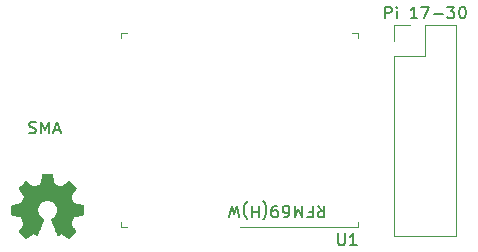
<source format=gbr>
%TF.GenerationSoftware,KiCad,Pcbnew,(5.1.9-0-10_14)*%
%TF.CreationDate,2021-04-20T21:20:53+01:00*%
%TF.ProjectId,pi-hat,70692d68-6174-42e6-9b69-6361645f7063,rev?*%
%TF.SameCoordinates,Original*%
%TF.FileFunction,Legend,Top*%
%TF.FilePolarity,Positive*%
%FSLAX46Y46*%
G04 Gerber Fmt 4.6, Leading zero omitted, Abs format (unit mm)*
G04 Created by KiCad (PCBNEW (5.1.9-0-10_14)) date 2021-04-20 21:20:53*
%MOMM*%
%LPD*%
G01*
G04 APERTURE LIST*
%ADD10C,0.153000*%
%ADD11C,0.100000*%
%ADD12C,0.120000*%
%ADD13C,0.010000*%
%ADD14C,0.150000*%
G04 APERTURE END LIST*
D10*
X41174561Y-30992819D02*
X41507895Y-31469009D01*
X41745990Y-30992819D02*
X41745990Y-31992819D01*
X41365038Y-31992819D01*
X41269800Y-31945200D01*
X41222180Y-31897580D01*
X41174561Y-31802342D01*
X41174561Y-31659485D01*
X41222180Y-31564247D01*
X41269800Y-31516628D01*
X41365038Y-31469009D01*
X41745990Y-31469009D01*
X40412657Y-31516628D02*
X40745990Y-31516628D01*
X40745990Y-30992819D02*
X40745990Y-31992819D01*
X40269800Y-31992819D01*
X39888847Y-30992819D02*
X39888847Y-31992819D01*
X39555514Y-31278533D01*
X39222180Y-31992819D01*
X39222180Y-30992819D01*
X38317419Y-31992819D02*
X38507895Y-31992819D01*
X38603133Y-31945200D01*
X38650752Y-31897580D01*
X38745990Y-31754723D01*
X38793609Y-31564247D01*
X38793609Y-31183295D01*
X38745990Y-31088057D01*
X38698371Y-31040438D01*
X38603133Y-30992819D01*
X38412657Y-30992819D01*
X38317419Y-31040438D01*
X38269800Y-31088057D01*
X38222180Y-31183295D01*
X38222180Y-31421390D01*
X38269800Y-31516628D01*
X38317419Y-31564247D01*
X38412657Y-31611866D01*
X38603133Y-31611866D01*
X38698371Y-31564247D01*
X38745990Y-31516628D01*
X38793609Y-31421390D01*
X37745990Y-30992819D02*
X37555514Y-30992819D01*
X37460276Y-31040438D01*
X37412657Y-31088057D01*
X37317419Y-31230914D01*
X37269800Y-31421390D01*
X37269800Y-31802342D01*
X37317419Y-31897580D01*
X37365038Y-31945200D01*
X37460276Y-31992819D01*
X37650752Y-31992819D01*
X37745990Y-31945200D01*
X37793609Y-31897580D01*
X37841228Y-31802342D01*
X37841228Y-31564247D01*
X37793609Y-31469009D01*
X37745990Y-31421390D01*
X37650752Y-31373771D01*
X37460276Y-31373771D01*
X37365038Y-31421390D01*
X37317419Y-31469009D01*
X37269800Y-31564247D01*
X36555514Y-30611866D02*
X36603133Y-30659485D01*
X36698371Y-30802342D01*
X36745990Y-30897580D01*
X36793609Y-31040438D01*
X36841228Y-31278533D01*
X36841228Y-31469009D01*
X36793609Y-31707104D01*
X36745990Y-31849961D01*
X36698371Y-31945200D01*
X36603133Y-32088057D01*
X36555514Y-32135676D01*
X36174561Y-30992819D02*
X36174561Y-31992819D01*
X36174561Y-31516628D02*
X35603133Y-31516628D01*
X35603133Y-30992819D02*
X35603133Y-31992819D01*
X35222180Y-30611866D02*
X35174561Y-30659485D01*
X35079323Y-30802342D01*
X35031704Y-30897580D01*
X34984085Y-31040438D01*
X34936466Y-31278533D01*
X34936466Y-31469009D01*
X34984085Y-31707104D01*
X35031704Y-31849961D01*
X35079323Y-31945200D01*
X35174561Y-32088057D01*
X35222180Y-32135676D01*
X34555514Y-31992819D02*
X34317419Y-30992819D01*
X34126942Y-31707104D01*
X33936466Y-30992819D01*
X33698371Y-31992819D01*
D11*
%TO.C,U1*%
X44626200Y-32777800D02*
X44626200Y-32377800D01*
X24526200Y-32777800D02*
X24526200Y-32377800D01*
X25026200Y-32777800D02*
X24526200Y-32777800D01*
X24526200Y-16777800D02*
X24526200Y-16377800D01*
X25026200Y-16377800D02*
X24526200Y-16377800D01*
X44626200Y-16777800D02*
X44626200Y-16377800D01*
X44626200Y-16377800D02*
X44126200Y-16377800D01*
X44626200Y-32777800D02*
X34626200Y-32777800D01*
D12*
%TO.C,Pi 17-30*%
X47666600Y-15688000D02*
X48996600Y-15688000D01*
X47666600Y-17018000D02*
X47666600Y-15688000D01*
X50266600Y-15688000D02*
X52866600Y-15688000D01*
X50266600Y-18288000D02*
X50266600Y-15688000D01*
X47666600Y-18288000D02*
X50266600Y-18288000D01*
X52866600Y-15688000D02*
X52866600Y-33588000D01*
X47666600Y-18288000D02*
X47666600Y-33588000D01*
X47666600Y-33588000D02*
X52866600Y-33588000D01*
D13*
%TO.C,G\u002A\u002A\u002A*%
G36*
X18315723Y-28335104D02*
G01*
X18393659Y-28335724D01*
X18467369Y-28336854D01*
X18534151Y-28338493D01*
X18591303Y-28340637D01*
X18636124Y-28343282D01*
X18665912Y-28346427D01*
X18677841Y-28349891D01*
X18682150Y-28362632D01*
X18689596Y-28393127D01*
X18699715Y-28439132D01*
X18712042Y-28498403D01*
X18726112Y-28568697D01*
X18741463Y-28647768D01*
X18757628Y-28733373D01*
X18761413Y-28753751D01*
X18782404Y-28865654D01*
X18800397Y-28958310D01*
X18815572Y-29032541D01*
X18828109Y-29089170D01*
X18838188Y-29129020D01*
X18845989Y-29152913D01*
X18850387Y-29160792D01*
X18863482Y-29168491D01*
X18892491Y-29182423D01*
X18934430Y-29201347D01*
X18986319Y-29224021D01*
X19045174Y-29249206D01*
X19108014Y-29275660D01*
X19171856Y-29302142D01*
X19233719Y-29327412D01*
X19290620Y-29350228D01*
X19339578Y-29369351D01*
X19377609Y-29383539D01*
X19401733Y-29391551D01*
X19408177Y-29392880D01*
X19419375Y-29387304D01*
X19445416Y-29371395D01*
X19484432Y-29346383D01*
X19534555Y-29313495D01*
X19593918Y-29273962D01*
X19660653Y-29229011D01*
X19732892Y-29179871D01*
X19756707Y-29163571D01*
X19852646Y-29098198D01*
X19932662Y-29044530D01*
X19997229Y-29002267D01*
X20046818Y-28971110D01*
X20081904Y-28950758D01*
X20102957Y-28940913D01*
X20109287Y-28939987D01*
X20121117Y-28948541D01*
X20144901Y-28969617D01*
X20178747Y-29001308D01*
X20220759Y-29041705D01*
X20269046Y-29088903D01*
X20321712Y-29140992D01*
X20376865Y-29196066D01*
X20432610Y-29252218D01*
X20487055Y-29307540D01*
X20538305Y-29360125D01*
X20584467Y-29408065D01*
X20623648Y-29449452D01*
X20653953Y-29482380D01*
X20673490Y-29504942D01*
X20680364Y-29515225D01*
X20674705Y-29526644D01*
X20658710Y-29552851D01*
X20633629Y-29591946D01*
X20600717Y-29642025D01*
X20561224Y-29701187D01*
X20516404Y-29767530D01*
X20467508Y-29839151D01*
X20456844Y-29854678D01*
X20407232Y-29927276D01*
X20361452Y-29995112D01*
X20320757Y-30056268D01*
X20286400Y-30108822D01*
X20259633Y-30150854D01*
X20241710Y-30180444D01*
X20233883Y-30195670D01*
X20233640Y-30196846D01*
X20237596Y-30211067D01*
X20248635Y-30240925D01*
X20265511Y-30283523D01*
X20286979Y-30335962D01*
X20311794Y-30395345D01*
X20338711Y-30458773D01*
X20366484Y-30523349D01*
X20393869Y-30586175D01*
X20419619Y-30644353D01*
X20442490Y-30694985D01*
X20461237Y-30735173D01*
X20474613Y-30762019D01*
X20480890Y-30772244D01*
X20493917Y-30777304D01*
X20524908Y-30785461D01*
X20571813Y-30796276D01*
X20632585Y-30809310D01*
X20705178Y-30824122D01*
X20787543Y-30840274D01*
X20873745Y-30856601D01*
X20959268Y-30872762D01*
X21038758Y-30888213D01*
X21109935Y-30902479D01*
X21170521Y-30915085D01*
X21218237Y-30925555D01*
X21250805Y-30933415D01*
X21265945Y-30938188D01*
X21266504Y-30938548D01*
X21270115Y-30951456D01*
X21273230Y-30981977D01*
X21275847Y-31027409D01*
X21277962Y-31085050D01*
X21279572Y-31152199D01*
X21280675Y-31226155D01*
X21281266Y-31304216D01*
X21281344Y-31383680D01*
X21280905Y-31461846D01*
X21279946Y-31536013D01*
X21278464Y-31603479D01*
X21276457Y-31661542D01*
X21273920Y-31707501D01*
X21270851Y-31738654D01*
X21267420Y-31752102D01*
X21256738Y-31758038D01*
X21231996Y-31765841D01*
X21192158Y-31775739D01*
X21136191Y-31787959D01*
X21063061Y-31802729D01*
X20971732Y-31820278D01*
X20883880Y-31836654D01*
X20799392Y-31852428D01*
X20721027Y-31867421D01*
X20651078Y-31881166D01*
X20591838Y-31893198D01*
X20545602Y-31903051D01*
X20514661Y-31910257D01*
X20501309Y-31914352D01*
X20501142Y-31914468D01*
X20494521Y-31925974D01*
X20481714Y-31953642D01*
X20463846Y-31994675D01*
X20442044Y-32046276D01*
X20417434Y-32105648D01*
X20391142Y-32169994D01*
X20364294Y-32236518D01*
X20338016Y-32302423D01*
X20313434Y-32364912D01*
X20291674Y-32421187D01*
X20273862Y-32468452D01*
X20261124Y-32503911D01*
X20254586Y-32524766D01*
X20253960Y-32528421D01*
X20259538Y-32540311D01*
X20275411Y-32566910D01*
X20300289Y-32606234D01*
X20332881Y-32656299D01*
X20371894Y-32715121D01*
X20416038Y-32780717D01*
X20463015Y-32849635D01*
X20511119Y-32919952D01*
X20555635Y-32985366D01*
X20595235Y-33043896D01*
X20628588Y-33093564D01*
X20654366Y-33132389D01*
X20671239Y-33158393D01*
X20677847Y-33169512D01*
X20672354Y-33180260D01*
X20654010Y-33203136D01*
X20624687Y-33236267D01*
X20586259Y-33277776D01*
X20540597Y-33325790D01*
X20489574Y-33378432D01*
X20435063Y-33433828D01*
X20378937Y-33490103D01*
X20323068Y-33545383D01*
X20269329Y-33597792D01*
X20219594Y-33645454D01*
X20175733Y-33686497D01*
X20139621Y-33719043D01*
X20113130Y-33741220D01*
X20098132Y-33751150D01*
X20096548Y-33751505D01*
X20082819Y-33745911D01*
X20055001Y-33730190D01*
X20015613Y-33705926D01*
X19967174Y-33674700D01*
X19912203Y-33638096D01*
X19867880Y-33607842D01*
X19803583Y-33563587D01*
X19738512Y-33518965D01*
X19676563Y-33476631D01*
X19621628Y-33439247D01*
X19577604Y-33409470D01*
X19561231Y-33398486D01*
X19462863Y-33332781D01*
X19310143Y-33412610D01*
X19253680Y-33441861D01*
X19212349Y-33462428D01*
X19183440Y-33475355D01*
X19164244Y-33481685D01*
X19152052Y-33482463D01*
X19144156Y-33478732D01*
X19142518Y-33477200D01*
X19135910Y-33465105D01*
X19122463Y-33436064D01*
X19102956Y-33391959D01*
X19078167Y-33334670D01*
X19048872Y-33266079D01*
X19015851Y-33188067D01*
X18979881Y-33102514D01*
X18941740Y-33011303D01*
X18902206Y-32916313D01*
X18862057Y-32819427D01*
X18822071Y-32722525D01*
X18783026Y-32627488D01*
X18745699Y-32536197D01*
X18710870Y-32450534D01*
X18679314Y-32372380D01*
X18651812Y-32303616D01*
X18629140Y-32246122D01*
X18612076Y-32201780D01*
X18601399Y-32172471D01*
X18597880Y-32160230D01*
X18604162Y-32145377D01*
X18624230Y-32125671D01*
X18659913Y-32099470D01*
X18681700Y-32085028D01*
X18722808Y-32055560D01*
X18771389Y-32016430D01*
X18821142Y-31972917D01*
X18862571Y-31933511D01*
X18905191Y-31889863D01*
X18936858Y-31854211D01*
X18961699Y-31820925D01*
X18983838Y-31784377D01*
X19007400Y-31738939D01*
X19011965Y-31729680D01*
X19045781Y-31657197D01*
X19069896Y-31595081D01*
X19085850Y-31536770D01*
X19095182Y-31475705D01*
X19099434Y-31405322D01*
X19100195Y-31353760D01*
X19099773Y-31291118D01*
X19097582Y-31242816D01*
X19093001Y-31202903D01*
X19085406Y-31165431D01*
X19077350Y-31135320D01*
X19031561Y-31011061D01*
X18969239Y-30897533D01*
X18891699Y-30796025D01*
X18800250Y-30707824D01*
X18696207Y-30634219D01*
X18580879Y-30576499D01*
X18470880Y-30539810D01*
X18389813Y-30524782D01*
X18298319Y-30518009D01*
X18204331Y-30519485D01*
X18115783Y-30529205D01*
X18064480Y-30540054D01*
X17944463Y-30581647D01*
X17834035Y-30639393D01*
X17734410Y-30711527D01*
X17646805Y-30796287D01*
X17572436Y-30891905D01*
X17512519Y-30996619D01*
X17468271Y-31108663D01*
X17440908Y-31226273D01*
X17431645Y-31347683D01*
X17438368Y-31448524D01*
X17463661Y-31575482D01*
X17504929Y-31691821D01*
X17562965Y-31798795D01*
X17638560Y-31897657D01*
X17732505Y-31989660D01*
X17825720Y-32062235D01*
X17866543Y-32091707D01*
X17901316Y-32117868D01*
X17926623Y-32138072D01*
X17939049Y-32149675D01*
X17939516Y-32150370D01*
X17940888Y-32152939D01*
X17941681Y-32156156D01*
X17941408Y-32161246D01*
X17939585Y-32169433D01*
X17935726Y-32181941D01*
X17929346Y-32199997D01*
X17919960Y-32224823D01*
X17907083Y-32257645D01*
X17890228Y-32299688D01*
X17868911Y-32352176D01*
X17842646Y-32416333D01*
X17810948Y-32493385D01*
X17773332Y-32584555D01*
X17729312Y-32691069D01*
X17678403Y-32814151D01*
X17632119Y-32926024D01*
X17576854Y-33059038D01*
X17528839Y-33173388D01*
X17487952Y-33269350D01*
X17454072Y-33347198D01*
X17427079Y-33407204D01*
X17406852Y-33449644D01*
X17393271Y-33474791D01*
X17386649Y-33482858D01*
X17370795Y-33480260D01*
X17340006Y-33468298D01*
X17296769Y-33448069D01*
X17243568Y-33420668D01*
X17234249Y-33415665D01*
X17185425Y-33390052D01*
X17141480Y-33368364D01*
X17106139Y-33352338D01*
X17083124Y-33343708D01*
X17077765Y-33342701D01*
X17064625Y-33348272D01*
X17036876Y-33364167D01*
X16996570Y-33389073D01*
X16945755Y-33421676D01*
X16886483Y-33460665D01*
X16820802Y-33504726D01*
X16758752Y-33547050D01*
X16689101Y-33594517D01*
X16624044Y-33638085D01*
X16565628Y-33676439D01*
X16515903Y-33708266D01*
X16476918Y-33732253D01*
X16450724Y-33747084D01*
X16439837Y-33751520D01*
X16426630Y-33744662D01*
X16400721Y-33723958D01*
X16361894Y-33689209D01*
X16309938Y-33640218D01*
X16244640Y-33576787D01*
X16165786Y-33498719D01*
X16141630Y-33474591D01*
X16059655Y-33392016D01*
X15991843Y-33322498D01*
X15938335Y-33266188D01*
X15899269Y-33223237D01*
X15874786Y-33193795D01*
X15865026Y-33178012D01*
X15864840Y-33176777D01*
X15870430Y-33163824D01*
X15886337Y-33136221D01*
X15911262Y-33095990D01*
X15943906Y-33045153D01*
X15982972Y-32985734D01*
X16027161Y-32919755D01*
X16073120Y-32852236D01*
X16121001Y-32781871D01*
X16165004Y-32716129D01*
X16203830Y-32657034D01*
X16236183Y-32606607D01*
X16260762Y-32566871D01*
X16276270Y-32539847D01*
X16281419Y-32527750D01*
X16277670Y-32512136D01*
X16267185Y-32480727D01*
X16251122Y-32436420D01*
X16230640Y-32382112D01*
X16206899Y-32320700D01*
X16181058Y-32255081D01*
X16154277Y-32188151D01*
X16127713Y-32122806D01*
X16102528Y-32061944D01*
X16079879Y-32008461D01*
X16060926Y-31965255D01*
X16046829Y-31935220D01*
X16038746Y-31921256D01*
X16038682Y-31921190D01*
X16025904Y-31914652D01*
X15997903Y-31906117D01*
X15953762Y-31895381D01*
X15892562Y-31882240D01*
X15813388Y-31866490D01*
X15715322Y-31847926D01*
X15681960Y-31841756D01*
X15580433Y-31823050D01*
X15497062Y-31807583D01*
X15430017Y-31794899D01*
X15377471Y-31784543D01*
X15337597Y-31776062D01*
X15308567Y-31769001D01*
X15288554Y-31762905D01*
X15275731Y-31757320D01*
X15268269Y-31751792D01*
X15264341Y-31745865D01*
X15262121Y-31739086D01*
X15261623Y-31737221D01*
X15260228Y-31722114D01*
X15258938Y-31689105D01*
X15257791Y-31640612D01*
X15256823Y-31579054D01*
X15256074Y-31506849D01*
X15255580Y-31426416D01*
X15255379Y-31340171D01*
X15255378Y-31337921D01*
X15255511Y-31233635D01*
X15256028Y-31148124D01*
X15256977Y-31079849D01*
X15258409Y-31027269D01*
X15260371Y-30988843D01*
X15262913Y-30963030D01*
X15266085Y-30948289D01*
X15267940Y-30944566D01*
X15277100Y-30938862D01*
X15297785Y-30931745D01*
X15331335Y-30922917D01*
X15379094Y-30912079D01*
X15442401Y-30898932D01*
X15522600Y-30883178D01*
X15621031Y-30864518D01*
X15660454Y-30857168D01*
X15763986Y-30837744D01*
X15849048Y-30821331D01*
X15917208Y-30807578D01*
X15970037Y-30796132D01*
X16009103Y-30786642D01*
X16035975Y-30778754D01*
X16052223Y-30772118D01*
X16058219Y-30767922D01*
X16067278Y-30753318D01*
X16082588Y-30722954D01*
X16102881Y-30679795D01*
X16126890Y-30626808D01*
X16153344Y-30566960D01*
X16180977Y-30503215D01*
X16208521Y-30438541D01*
X16234706Y-30375904D01*
X16258265Y-30318269D01*
X16277930Y-30268604D01*
X16292431Y-30229873D01*
X16300502Y-30205043D01*
X16301740Y-30198376D01*
X16296097Y-30184887D01*
X16279973Y-30156631D01*
X16254563Y-30115468D01*
X16221061Y-30063263D01*
X16180662Y-30001878D01*
X16134560Y-29933176D01*
X16086754Y-29863096D01*
X16037856Y-29791517D01*
X15992601Y-29724425D01*
X15952304Y-29663832D01*
X15918280Y-29611754D01*
X15891845Y-29570204D01*
X15874314Y-29541197D01*
X15867001Y-29526746D01*
X15866923Y-29526418D01*
X15867477Y-29518471D01*
X15872695Y-29507196D01*
X15883803Y-29491239D01*
X15902030Y-29469244D01*
X15928601Y-29439853D01*
X15964745Y-29401713D01*
X16011687Y-29353466D01*
X16070655Y-29293757D01*
X16142876Y-29221231D01*
X16145388Y-29218715D01*
X16221713Y-29142771D01*
X16288068Y-29077772D01*
X16343733Y-29024394D01*
X16387984Y-28983314D01*
X16420099Y-28955206D01*
X16439356Y-28940749D01*
X16444383Y-28938892D01*
X16456055Y-28945378D01*
X16482485Y-28962140D01*
X16521728Y-28987879D01*
X16571838Y-29021297D01*
X16630873Y-29061098D01*
X16696886Y-29105983D01*
X16767933Y-29154654D01*
X16774583Y-29159228D01*
X16846474Y-29208481D01*
X16913937Y-29254304D01*
X16974952Y-29295355D01*
X17027495Y-29330290D01*
X17069546Y-29357764D01*
X17099081Y-29376435D01*
X17114080Y-29384958D01*
X17114520Y-29385135D01*
X17124873Y-29386889D01*
X17140263Y-29385275D01*
X17162807Y-29379567D01*
X17194619Y-29369041D01*
X17237817Y-29352974D01*
X17294518Y-29330641D01*
X17366837Y-29301317D01*
X17404080Y-29286042D01*
X17473131Y-29257657D01*
X17536342Y-29231678D01*
X17591186Y-29209144D01*
X17635138Y-29191092D01*
X17665672Y-29178561D01*
X17680261Y-29172586D01*
X17680847Y-29172348D01*
X17685939Y-29169129D01*
X17690858Y-29162589D01*
X17695999Y-29150965D01*
X17701761Y-29132497D01*
X17708539Y-29105424D01*
X17716730Y-29067984D01*
X17726731Y-29018417D01*
X17738940Y-28954960D01*
X17753752Y-28875853D01*
X17771565Y-28779335D01*
X17781097Y-28727400D01*
X17800806Y-28621346D01*
X17817582Y-28534326D01*
X17831655Y-28465300D01*
X17843252Y-28413228D01*
X17852602Y-28377071D01*
X17859934Y-28355790D01*
X17864278Y-28348940D01*
X17878766Y-28345354D01*
X17910642Y-28342305D01*
X17957202Y-28339790D01*
X18015746Y-28337805D01*
X18083571Y-28336347D01*
X18157977Y-28335413D01*
X18236261Y-28335000D01*
X18315723Y-28335104D01*
G37*
X18315723Y-28335104D02*
X18393659Y-28335724D01*
X18467369Y-28336854D01*
X18534151Y-28338493D01*
X18591303Y-28340637D01*
X18636124Y-28343282D01*
X18665912Y-28346427D01*
X18677841Y-28349891D01*
X18682150Y-28362632D01*
X18689596Y-28393127D01*
X18699715Y-28439132D01*
X18712042Y-28498403D01*
X18726112Y-28568697D01*
X18741463Y-28647768D01*
X18757628Y-28733373D01*
X18761413Y-28753751D01*
X18782404Y-28865654D01*
X18800397Y-28958310D01*
X18815572Y-29032541D01*
X18828109Y-29089170D01*
X18838188Y-29129020D01*
X18845989Y-29152913D01*
X18850387Y-29160792D01*
X18863482Y-29168491D01*
X18892491Y-29182423D01*
X18934430Y-29201347D01*
X18986319Y-29224021D01*
X19045174Y-29249206D01*
X19108014Y-29275660D01*
X19171856Y-29302142D01*
X19233719Y-29327412D01*
X19290620Y-29350228D01*
X19339578Y-29369351D01*
X19377609Y-29383539D01*
X19401733Y-29391551D01*
X19408177Y-29392880D01*
X19419375Y-29387304D01*
X19445416Y-29371395D01*
X19484432Y-29346383D01*
X19534555Y-29313495D01*
X19593918Y-29273962D01*
X19660653Y-29229011D01*
X19732892Y-29179871D01*
X19756707Y-29163571D01*
X19852646Y-29098198D01*
X19932662Y-29044530D01*
X19997229Y-29002267D01*
X20046818Y-28971110D01*
X20081904Y-28950758D01*
X20102957Y-28940913D01*
X20109287Y-28939987D01*
X20121117Y-28948541D01*
X20144901Y-28969617D01*
X20178747Y-29001308D01*
X20220759Y-29041705D01*
X20269046Y-29088903D01*
X20321712Y-29140992D01*
X20376865Y-29196066D01*
X20432610Y-29252218D01*
X20487055Y-29307540D01*
X20538305Y-29360125D01*
X20584467Y-29408065D01*
X20623648Y-29449452D01*
X20653953Y-29482380D01*
X20673490Y-29504942D01*
X20680364Y-29515225D01*
X20674705Y-29526644D01*
X20658710Y-29552851D01*
X20633629Y-29591946D01*
X20600717Y-29642025D01*
X20561224Y-29701187D01*
X20516404Y-29767530D01*
X20467508Y-29839151D01*
X20456844Y-29854678D01*
X20407232Y-29927276D01*
X20361452Y-29995112D01*
X20320757Y-30056268D01*
X20286400Y-30108822D01*
X20259633Y-30150854D01*
X20241710Y-30180444D01*
X20233883Y-30195670D01*
X20233640Y-30196846D01*
X20237596Y-30211067D01*
X20248635Y-30240925D01*
X20265511Y-30283523D01*
X20286979Y-30335962D01*
X20311794Y-30395345D01*
X20338711Y-30458773D01*
X20366484Y-30523349D01*
X20393869Y-30586175D01*
X20419619Y-30644353D01*
X20442490Y-30694985D01*
X20461237Y-30735173D01*
X20474613Y-30762019D01*
X20480890Y-30772244D01*
X20493917Y-30777304D01*
X20524908Y-30785461D01*
X20571813Y-30796276D01*
X20632585Y-30809310D01*
X20705178Y-30824122D01*
X20787543Y-30840274D01*
X20873745Y-30856601D01*
X20959268Y-30872762D01*
X21038758Y-30888213D01*
X21109935Y-30902479D01*
X21170521Y-30915085D01*
X21218237Y-30925555D01*
X21250805Y-30933415D01*
X21265945Y-30938188D01*
X21266504Y-30938548D01*
X21270115Y-30951456D01*
X21273230Y-30981977D01*
X21275847Y-31027409D01*
X21277962Y-31085050D01*
X21279572Y-31152199D01*
X21280675Y-31226155D01*
X21281266Y-31304216D01*
X21281344Y-31383680D01*
X21280905Y-31461846D01*
X21279946Y-31536013D01*
X21278464Y-31603479D01*
X21276457Y-31661542D01*
X21273920Y-31707501D01*
X21270851Y-31738654D01*
X21267420Y-31752102D01*
X21256738Y-31758038D01*
X21231996Y-31765841D01*
X21192158Y-31775739D01*
X21136191Y-31787959D01*
X21063061Y-31802729D01*
X20971732Y-31820278D01*
X20883880Y-31836654D01*
X20799392Y-31852428D01*
X20721027Y-31867421D01*
X20651078Y-31881166D01*
X20591838Y-31893198D01*
X20545602Y-31903051D01*
X20514661Y-31910257D01*
X20501309Y-31914352D01*
X20501142Y-31914468D01*
X20494521Y-31925974D01*
X20481714Y-31953642D01*
X20463846Y-31994675D01*
X20442044Y-32046276D01*
X20417434Y-32105648D01*
X20391142Y-32169994D01*
X20364294Y-32236518D01*
X20338016Y-32302423D01*
X20313434Y-32364912D01*
X20291674Y-32421187D01*
X20273862Y-32468452D01*
X20261124Y-32503911D01*
X20254586Y-32524766D01*
X20253960Y-32528421D01*
X20259538Y-32540311D01*
X20275411Y-32566910D01*
X20300289Y-32606234D01*
X20332881Y-32656299D01*
X20371894Y-32715121D01*
X20416038Y-32780717D01*
X20463015Y-32849635D01*
X20511119Y-32919952D01*
X20555635Y-32985366D01*
X20595235Y-33043896D01*
X20628588Y-33093564D01*
X20654366Y-33132389D01*
X20671239Y-33158393D01*
X20677847Y-33169512D01*
X20672354Y-33180260D01*
X20654010Y-33203136D01*
X20624687Y-33236267D01*
X20586259Y-33277776D01*
X20540597Y-33325790D01*
X20489574Y-33378432D01*
X20435063Y-33433828D01*
X20378937Y-33490103D01*
X20323068Y-33545383D01*
X20269329Y-33597792D01*
X20219594Y-33645454D01*
X20175733Y-33686497D01*
X20139621Y-33719043D01*
X20113130Y-33741220D01*
X20098132Y-33751150D01*
X20096548Y-33751505D01*
X20082819Y-33745911D01*
X20055001Y-33730190D01*
X20015613Y-33705926D01*
X19967174Y-33674700D01*
X19912203Y-33638096D01*
X19867880Y-33607842D01*
X19803583Y-33563587D01*
X19738512Y-33518965D01*
X19676563Y-33476631D01*
X19621628Y-33439247D01*
X19577604Y-33409470D01*
X19561231Y-33398486D01*
X19462863Y-33332781D01*
X19310143Y-33412610D01*
X19253680Y-33441861D01*
X19212349Y-33462428D01*
X19183440Y-33475355D01*
X19164244Y-33481685D01*
X19152052Y-33482463D01*
X19144156Y-33478732D01*
X19142518Y-33477200D01*
X19135910Y-33465105D01*
X19122463Y-33436064D01*
X19102956Y-33391959D01*
X19078167Y-33334670D01*
X19048872Y-33266079D01*
X19015851Y-33188067D01*
X18979881Y-33102514D01*
X18941740Y-33011303D01*
X18902206Y-32916313D01*
X18862057Y-32819427D01*
X18822071Y-32722525D01*
X18783026Y-32627488D01*
X18745699Y-32536197D01*
X18710870Y-32450534D01*
X18679314Y-32372380D01*
X18651812Y-32303616D01*
X18629140Y-32246122D01*
X18612076Y-32201780D01*
X18601399Y-32172471D01*
X18597880Y-32160230D01*
X18604162Y-32145377D01*
X18624230Y-32125671D01*
X18659913Y-32099470D01*
X18681700Y-32085028D01*
X18722808Y-32055560D01*
X18771389Y-32016430D01*
X18821142Y-31972917D01*
X18862571Y-31933511D01*
X18905191Y-31889863D01*
X18936858Y-31854211D01*
X18961699Y-31820925D01*
X18983838Y-31784377D01*
X19007400Y-31738939D01*
X19011965Y-31729680D01*
X19045781Y-31657197D01*
X19069896Y-31595081D01*
X19085850Y-31536770D01*
X19095182Y-31475705D01*
X19099434Y-31405322D01*
X19100195Y-31353760D01*
X19099773Y-31291118D01*
X19097582Y-31242816D01*
X19093001Y-31202903D01*
X19085406Y-31165431D01*
X19077350Y-31135320D01*
X19031561Y-31011061D01*
X18969239Y-30897533D01*
X18891699Y-30796025D01*
X18800250Y-30707824D01*
X18696207Y-30634219D01*
X18580879Y-30576499D01*
X18470880Y-30539810D01*
X18389813Y-30524782D01*
X18298319Y-30518009D01*
X18204331Y-30519485D01*
X18115783Y-30529205D01*
X18064480Y-30540054D01*
X17944463Y-30581647D01*
X17834035Y-30639393D01*
X17734410Y-30711527D01*
X17646805Y-30796287D01*
X17572436Y-30891905D01*
X17512519Y-30996619D01*
X17468271Y-31108663D01*
X17440908Y-31226273D01*
X17431645Y-31347683D01*
X17438368Y-31448524D01*
X17463661Y-31575482D01*
X17504929Y-31691821D01*
X17562965Y-31798795D01*
X17638560Y-31897657D01*
X17732505Y-31989660D01*
X17825720Y-32062235D01*
X17866543Y-32091707D01*
X17901316Y-32117868D01*
X17926623Y-32138072D01*
X17939049Y-32149675D01*
X17939516Y-32150370D01*
X17940888Y-32152939D01*
X17941681Y-32156156D01*
X17941408Y-32161246D01*
X17939585Y-32169433D01*
X17935726Y-32181941D01*
X17929346Y-32199997D01*
X17919960Y-32224823D01*
X17907083Y-32257645D01*
X17890228Y-32299688D01*
X17868911Y-32352176D01*
X17842646Y-32416333D01*
X17810948Y-32493385D01*
X17773332Y-32584555D01*
X17729312Y-32691069D01*
X17678403Y-32814151D01*
X17632119Y-32926024D01*
X17576854Y-33059038D01*
X17528839Y-33173388D01*
X17487952Y-33269350D01*
X17454072Y-33347198D01*
X17427079Y-33407204D01*
X17406852Y-33449644D01*
X17393271Y-33474791D01*
X17386649Y-33482858D01*
X17370795Y-33480260D01*
X17340006Y-33468298D01*
X17296769Y-33448069D01*
X17243568Y-33420668D01*
X17234249Y-33415665D01*
X17185425Y-33390052D01*
X17141480Y-33368364D01*
X17106139Y-33352338D01*
X17083124Y-33343708D01*
X17077765Y-33342701D01*
X17064625Y-33348272D01*
X17036876Y-33364167D01*
X16996570Y-33389073D01*
X16945755Y-33421676D01*
X16886483Y-33460665D01*
X16820802Y-33504726D01*
X16758752Y-33547050D01*
X16689101Y-33594517D01*
X16624044Y-33638085D01*
X16565628Y-33676439D01*
X16515903Y-33708266D01*
X16476918Y-33732253D01*
X16450724Y-33747084D01*
X16439837Y-33751520D01*
X16426630Y-33744662D01*
X16400721Y-33723958D01*
X16361894Y-33689209D01*
X16309938Y-33640218D01*
X16244640Y-33576787D01*
X16165786Y-33498719D01*
X16141630Y-33474591D01*
X16059655Y-33392016D01*
X15991843Y-33322498D01*
X15938335Y-33266188D01*
X15899269Y-33223237D01*
X15874786Y-33193795D01*
X15865026Y-33178012D01*
X15864840Y-33176777D01*
X15870430Y-33163824D01*
X15886337Y-33136221D01*
X15911262Y-33095990D01*
X15943906Y-33045153D01*
X15982972Y-32985734D01*
X16027161Y-32919755D01*
X16073120Y-32852236D01*
X16121001Y-32781871D01*
X16165004Y-32716129D01*
X16203830Y-32657034D01*
X16236183Y-32606607D01*
X16260762Y-32566871D01*
X16276270Y-32539847D01*
X16281419Y-32527750D01*
X16277670Y-32512136D01*
X16267185Y-32480727D01*
X16251122Y-32436420D01*
X16230640Y-32382112D01*
X16206899Y-32320700D01*
X16181058Y-32255081D01*
X16154277Y-32188151D01*
X16127713Y-32122806D01*
X16102528Y-32061944D01*
X16079879Y-32008461D01*
X16060926Y-31965255D01*
X16046829Y-31935220D01*
X16038746Y-31921256D01*
X16038682Y-31921190D01*
X16025904Y-31914652D01*
X15997903Y-31906117D01*
X15953762Y-31895381D01*
X15892562Y-31882240D01*
X15813388Y-31866490D01*
X15715322Y-31847926D01*
X15681960Y-31841756D01*
X15580433Y-31823050D01*
X15497062Y-31807583D01*
X15430017Y-31794899D01*
X15377471Y-31784543D01*
X15337597Y-31776062D01*
X15308567Y-31769001D01*
X15288554Y-31762905D01*
X15275731Y-31757320D01*
X15268269Y-31751792D01*
X15264341Y-31745865D01*
X15262121Y-31739086D01*
X15261623Y-31737221D01*
X15260228Y-31722114D01*
X15258938Y-31689105D01*
X15257791Y-31640612D01*
X15256823Y-31579054D01*
X15256074Y-31506849D01*
X15255580Y-31426416D01*
X15255379Y-31340171D01*
X15255378Y-31337921D01*
X15255511Y-31233635D01*
X15256028Y-31148124D01*
X15256977Y-31079849D01*
X15258409Y-31027269D01*
X15260371Y-30988843D01*
X15262913Y-30963030D01*
X15266085Y-30948289D01*
X15267940Y-30944566D01*
X15277100Y-30938862D01*
X15297785Y-30931745D01*
X15331335Y-30922917D01*
X15379094Y-30912079D01*
X15442401Y-30898932D01*
X15522600Y-30883178D01*
X15621031Y-30864518D01*
X15660454Y-30857168D01*
X15763986Y-30837744D01*
X15849048Y-30821331D01*
X15917208Y-30807578D01*
X15970037Y-30796132D01*
X16009103Y-30786642D01*
X16035975Y-30778754D01*
X16052223Y-30772118D01*
X16058219Y-30767922D01*
X16067278Y-30753318D01*
X16082588Y-30722954D01*
X16102881Y-30679795D01*
X16126890Y-30626808D01*
X16153344Y-30566960D01*
X16180977Y-30503215D01*
X16208521Y-30438541D01*
X16234706Y-30375904D01*
X16258265Y-30318269D01*
X16277930Y-30268604D01*
X16292431Y-30229873D01*
X16300502Y-30205043D01*
X16301740Y-30198376D01*
X16296097Y-30184887D01*
X16279973Y-30156631D01*
X16254563Y-30115468D01*
X16221061Y-30063263D01*
X16180662Y-30001878D01*
X16134560Y-29933176D01*
X16086754Y-29863096D01*
X16037856Y-29791517D01*
X15992601Y-29724425D01*
X15952304Y-29663832D01*
X15918280Y-29611754D01*
X15891845Y-29570204D01*
X15874314Y-29541197D01*
X15867001Y-29526746D01*
X15866923Y-29526418D01*
X15867477Y-29518471D01*
X15872695Y-29507196D01*
X15883803Y-29491239D01*
X15902030Y-29469244D01*
X15928601Y-29439853D01*
X15964745Y-29401713D01*
X16011687Y-29353466D01*
X16070655Y-29293757D01*
X16142876Y-29221231D01*
X16145388Y-29218715D01*
X16221713Y-29142771D01*
X16288068Y-29077772D01*
X16343733Y-29024394D01*
X16387984Y-28983314D01*
X16420099Y-28955206D01*
X16439356Y-28940749D01*
X16444383Y-28938892D01*
X16456055Y-28945378D01*
X16482485Y-28962140D01*
X16521728Y-28987879D01*
X16571838Y-29021297D01*
X16630873Y-29061098D01*
X16696886Y-29105983D01*
X16767933Y-29154654D01*
X16774583Y-29159228D01*
X16846474Y-29208481D01*
X16913937Y-29254304D01*
X16974952Y-29295355D01*
X17027495Y-29330290D01*
X17069546Y-29357764D01*
X17099081Y-29376435D01*
X17114080Y-29384958D01*
X17114520Y-29385135D01*
X17124873Y-29386889D01*
X17140263Y-29385275D01*
X17162807Y-29379567D01*
X17194619Y-29369041D01*
X17237817Y-29352974D01*
X17294518Y-29330641D01*
X17366837Y-29301317D01*
X17404080Y-29286042D01*
X17473131Y-29257657D01*
X17536342Y-29231678D01*
X17591186Y-29209144D01*
X17635138Y-29191092D01*
X17665672Y-29178561D01*
X17680261Y-29172586D01*
X17680847Y-29172348D01*
X17685939Y-29169129D01*
X17690858Y-29162589D01*
X17695999Y-29150965D01*
X17701761Y-29132497D01*
X17708539Y-29105424D01*
X17716730Y-29067984D01*
X17726731Y-29018417D01*
X17738940Y-28954960D01*
X17753752Y-28875853D01*
X17771565Y-28779335D01*
X17781097Y-28727400D01*
X17800806Y-28621346D01*
X17817582Y-28534326D01*
X17831655Y-28465300D01*
X17843252Y-28413228D01*
X17852602Y-28377071D01*
X17859934Y-28355790D01*
X17864278Y-28348940D01*
X17878766Y-28345354D01*
X17910642Y-28342305D01*
X17957202Y-28339790D01*
X18015746Y-28337805D01*
X18083571Y-28336347D01*
X18157977Y-28335413D01*
X18236261Y-28335000D01*
X18315723Y-28335104D01*
%TO.C,U1*%
D14*
X42926095Y-33335980D02*
X42926095Y-34145504D01*
X42973714Y-34240742D01*
X43021333Y-34288361D01*
X43116571Y-34335980D01*
X43307047Y-34335980D01*
X43402285Y-34288361D01*
X43449904Y-34240742D01*
X43497523Y-34145504D01*
X43497523Y-33335980D01*
X44497523Y-34335980D02*
X43926095Y-34335980D01*
X44211809Y-34335980D02*
X44211809Y-33335980D01*
X44116571Y-33478838D01*
X44021333Y-33574076D01*
X43926095Y-33621695D01*
%TO.C,Pi 17-30*%
X46861838Y-15140380D02*
X46861838Y-14140380D01*
X47242790Y-14140380D01*
X47338028Y-14188000D01*
X47385647Y-14235619D01*
X47433266Y-14330857D01*
X47433266Y-14473714D01*
X47385647Y-14568952D01*
X47338028Y-14616571D01*
X47242790Y-14664190D01*
X46861838Y-14664190D01*
X47861838Y-15140380D02*
X47861838Y-14473714D01*
X47861838Y-14140380D02*
X47814219Y-14188000D01*
X47861838Y-14235619D01*
X47909457Y-14188000D01*
X47861838Y-14140380D01*
X47861838Y-14235619D01*
X49623742Y-15140380D02*
X49052314Y-15140380D01*
X49338028Y-15140380D02*
X49338028Y-14140380D01*
X49242790Y-14283238D01*
X49147552Y-14378476D01*
X49052314Y-14426095D01*
X49957076Y-14140380D02*
X50623742Y-14140380D01*
X50195171Y-15140380D01*
X51004695Y-14759428D02*
X51766600Y-14759428D01*
X52147552Y-14140380D02*
X52766600Y-14140380D01*
X52433266Y-14521333D01*
X52576123Y-14521333D01*
X52671361Y-14568952D01*
X52718980Y-14616571D01*
X52766600Y-14711809D01*
X52766600Y-14949904D01*
X52718980Y-15045142D01*
X52671361Y-15092761D01*
X52576123Y-15140380D01*
X52290409Y-15140380D01*
X52195171Y-15092761D01*
X52147552Y-15045142D01*
X53385647Y-14140380D02*
X53480885Y-14140380D01*
X53576123Y-14188000D01*
X53623742Y-14235619D01*
X53671361Y-14330857D01*
X53718980Y-14521333D01*
X53718980Y-14759428D01*
X53671361Y-14949904D01*
X53623742Y-15045142D01*
X53576123Y-15092761D01*
X53480885Y-15140380D01*
X53385647Y-15140380D01*
X53290409Y-15092761D01*
X53242790Y-15045142D01*
X53195171Y-14949904D01*
X53147552Y-14759428D01*
X53147552Y-14521333D01*
X53195171Y-14330857D01*
X53242790Y-14235619D01*
X53290409Y-14188000D01*
X53385647Y-14140380D01*
%TO.C,SMA*%
D10*
X16748285Y-24839561D02*
X16891142Y-24887180D01*
X17129238Y-24887180D01*
X17224476Y-24839561D01*
X17272095Y-24791942D01*
X17319714Y-24696704D01*
X17319714Y-24601466D01*
X17272095Y-24506228D01*
X17224476Y-24458609D01*
X17129238Y-24410990D01*
X16938761Y-24363371D01*
X16843523Y-24315752D01*
X16795904Y-24268133D01*
X16748285Y-24172895D01*
X16748285Y-24077657D01*
X16795904Y-23982419D01*
X16843523Y-23934800D01*
X16938761Y-23887180D01*
X17176857Y-23887180D01*
X17319714Y-23934800D01*
X17748285Y-24887180D02*
X17748285Y-23887180D01*
X18081619Y-24601466D01*
X18414952Y-23887180D01*
X18414952Y-24887180D01*
X18843523Y-24601466D02*
X19319714Y-24601466D01*
X18748285Y-24887180D02*
X19081619Y-23887180D01*
X19414952Y-24887180D01*
%TD*%
M02*

</source>
